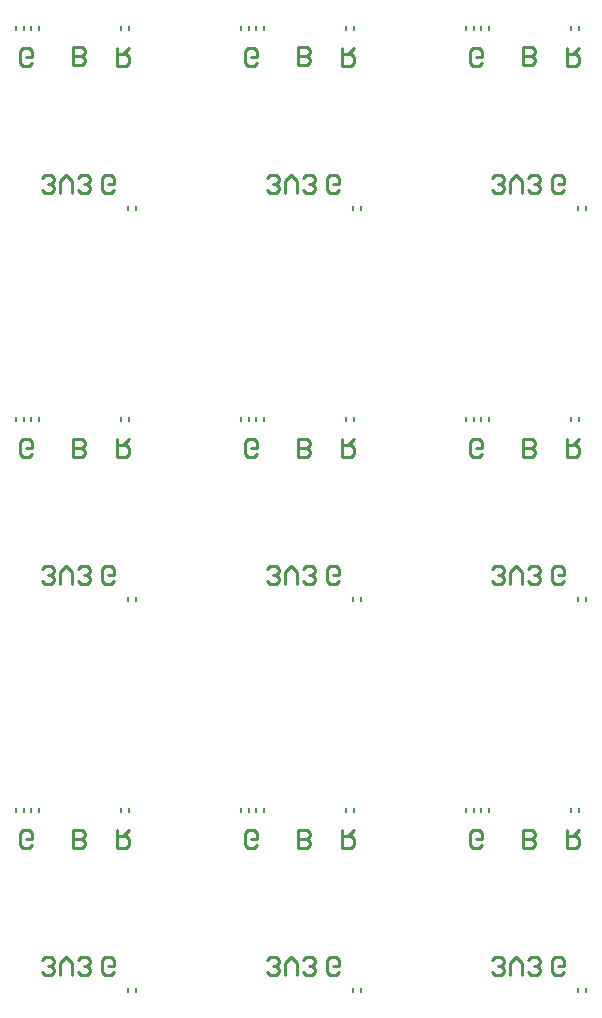
<source format=gbo>
*
%FSLAX26Y26*%
%MOIN*%
%ADD10C,0.010000*%
%ADD11C,0.007870*%
%IPPOS*%
%LN5060-458671.gbo*%
%LPD*%
G75*
G54D10*
X446850Y360000D02*
X456850Y350000D01*
X476840D01*
X486840Y360000D01*
Y369990D01*
X476840Y379990D01*
X466840D01*
X476840D01*
X486840Y389990D01*
Y399980D01*
X476840Y409980D01*
X456850D01*
X446850Y399980D01*
X506830Y350000D02*
Y389990D01*
X526820Y409980D01*
X546820Y389990D01*
Y350000D01*
X566810Y360000D02*
X576810Y350000D01*
X596800D01*
X606800Y360000D01*
Y369990D01*
X596800Y379990D01*
X586810D01*
X596800D01*
X606800Y389990D01*
Y399980D01*
X596800Y409980D01*
X576810D01*
X566810Y399980D01*
X411840Y783420D02*
X401840Y773420D01*
X381850D01*
X371850Y783420D01*
Y823400D01*
X381850Y833400D01*
X401840D01*
X411840Y823400D01*
Y803410D01*
X391840D01*
X548420Y774990D02*
Y834980D01*
X578420D01*
X588410Y824980D01*
Y814980D01*
X578420Y804980D01*
X548420D01*
X578420D01*
X588410Y794990D01*
Y784990D01*
X578420Y774990D01*
X548420D01*
X686840Y360000D02*
X676840Y350000D01*
X656850D01*
X646850Y360000D01*
Y399980D01*
X656850Y409980D01*
X676840D01*
X686840Y399980D01*
Y379990D01*
X666840D01*
X696850Y833400D02*
Y773420D01*
X726840D01*
X736840Y783420D01*
Y803410D01*
X726840Y813410D01*
X696850D01*
X716840D02*
X736840Y833400D01*
G54D11*
X760630Y292130D02*
Y307870D01*
X733070Y292130D02*
Y307870D01*
X708070Y892130D02*
Y907870D01*
X735630Y892130D02*
Y907870D01*
X408070Y892130D02*
Y907870D01*
X435630Y892130D02*
Y907870D01*
X358070Y892130D02*
Y907870D01*
X385630Y892130D02*
Y907870D01*
%LPC*%
G75*
X385630Y907870D02*
G36*
X722629Y290691D02*
X771072D01*
Y250249D01*
X722629D01*
Y290691D01*
G37*
G36*
Y349751D02*
X771072D01*
Y309309D01*
X722629D01*
Y349751D01*
G37*
G36*
X697629Y949751D02*
X746072D01*
Y909309D01*
X697629D01*
Y949751D01*
G37*
G36*
Y890691D02*
X746072D01*
Y850249D01*
X697629D01*
Y890691D01*
G37*
G36*
X397629Y949751D02*
X446072D01*
Y909309D01*
X397629D01*
Y949751D01*
G37*
G36*
Y890691D02*
X446072D01*
Y850249D01*
X397629D01*
Y890691D01*
G37*
G36*
X347629Y949751D02*
X396072D01*
Y909309D01*
X347629D01*
Y949751D01*
G37*
G36*
Y890691D02*
X396072D01*
Y850249D01*
X347629D01*
Y890691D01*
G37*
%LPD*%
G75*
X347629Y890691D02*
G54D10*
X446850Y1663740D02*
X456850Y1653740D01*
X476840D01*
X486840Y1663740D01*
Y1673730D01*
X476840Y1683730D01*
X466840D01*
X476840D01*
X486840Y1693730D01*
Y1703720D01*
X476840Y1713720D01*
X456850D01*
X446850Y1703720D01*
X506830Y1653740D02*
Y1693730D01*
X526820Y1713720D01*
X546820Y1693730D01*
Y1653740D01*
X566810Y1663740D02*
X576810Y1653740D01*
X596800D01*
X606800Y1663740D01*
Y1673730D01*
X596800Y1683730D01*
X586810D01*
X596800D01*
X606800Y1693730D01*
Y1703720D01*
X596800Y1713720D01*
X576810D01*
X566810Y1703720D01*
X411840Y2087160D02*
X401840Y2077160D01*
X381850D01*
X371850Y2087160D01*
Y2127140D01*
X381850Y2137140D01*
X401840D01*
X411840Y2127140D01*
Y2107150D01*
X391840D01*
X548420Y2078730D02*
Y2138720D01*
X578420D01*
X588410Y2128720D01*
Y2118720D01*
X578420Y2108720D01*
X548420D01*
X578420D01*
X588410Y2098730D01*
Y2088730D01*
X578420Y2078730D01*
X548420D01*
X686840Y1663740D02*
X676840Y1653740D01*
X656850D01*
X646850Y1663740D01*
Y1703720D01*
X656850Y1713720D01*
X676840D01*
X686840Y1703720D01*
Y1683730D01*
X666840D01*
X696850Y2137140D02*
Y2077160D01*
X726840D01*
X736840Y2087160D01*
Y2107150D01*
X726840Y2117150D01*
X696850D01*
X716840D02*
X736840Y2137140D01*
G54D11*
X760630Y1595870D02*
Y1611610D01*
X733070Y1595870D02*
Y1611610D01*
X708070Y2195870D02*
Y2211610D01*
X735630Y2195870D02*
Y2211610D01*
X408070Y2195870D02*
Y2211610D01*
X435630Y2195870D02*
Y2211610D01*
X358070Y2195870D02*
Y2211610D01*
X385630Y2195870D02*
Y2211610D01*
%LPC*%
G75*
X385630Y2211610D02*
G36*
X722629Y1594432D02*
X771072D01*
Y1553989D01*
X722629D01*
Y1594432D01*
G37*
G36*
Y1653492D02*
X771072D01*
Y1613049D01*
X722629D01*
Y1653492D01*
G37*
G36*
X697629Y2253492D02*
X746072D01*
Y2213049D01*
X697629D01*
Y2253492D01*
G37*
G36*
Y2194432D02*
X746072D01*
Y2153989D01*
X697629D01*
Y2194432D01*
G37*
G36*
X397629Y2253492D02*
X446072D01*
Y2213049D01*
X397629D01*
Y2253492D01*
G37*
G36*
Y2194432D02*
X446072D01*
Y2153989D01*
X397629D01*
Y2194432D01*
G37*
G36*
X347629Y2253492D02*
X396072D01*
Y2213049D01*
X347629D01*
Y2253492D01*
G37*
G36*
Y2194432D02*
X396072D01*
Y2153989D01*
X347629D01*
Y2194432D01*
G37*
%LPD*%
G75*
X347629Y2194432D02*
G54D10*
X446850Y2967480D02*
X456850Y2957480D01*
X476840D01*
X486840Y2967480D01*
Y2977470D01*
X476840Y2987470D01*
X466840D01*
X476840D01*
X486840Y2997470D01*
Y3007460D01*
X476840Y3017460D01*
X456850D01*
X446850Y3007460D01*
X506830Y2957480D02*
Y2997470D01*
X526820Y3017460D01*
X546820Y2997470D01*
Y2957480D01*
X566810Y2967480D02*
X576810Y2957480D01*
X596800D01*
X606800Y2967480D01*
Y2977470D01*
X596800Y2987470D01*
X586810D01*
X596800D01*
X606800Y2997470D01*
Y3007460D01*
X596800Y3017460D01*
X576810D01*
X566810Y3007460D01*
X411840Y3390900D02*
X401840Y3380900D01*
X381850D01*
X371850Y3390900D01*
Y3430880D01*
X381850Y3440880D01*
X401840D01*
X411840Y3430880D01*
Y3410890D01*
X391840D01*
X548420Y3382470D02*
Y3442460D01*
X578420D01*
X588410Y3432460D01*
Y3422460D01*
X578420Y3412460D01*
X548420D01*
X578420D01*
X588410Y3402470D01*
Y3392470D01*
X578420Y3382470D01*
X548420D01*
X686840Y2967480D02*
X676840Y2957480D01*
X656850D01*
X646850Y2967480D01*
Y3007460D01*
X656850Y3017460D01*
X676840D01*
X686840Y3007460D01*
Y2987470D01*
X666840D01*
X696850Y3440880D02*
Y3380900D01*
X726840D01*
X736840Y3390900D01*
Y3410890D01*
X726840Y3420890D01*
X696850D01*
X716840D02*
X736840Y3440880D01*
G54D11*
X760630Y2899610D02*
Y2915350D01*
X733070Y2899610D02*
Y2915350D01*
X708070Y3499610D02*
Y3515350D01*
X735630Y3499610D02*
Y3515350D01*
X408070Y3499610D02*
Y3515350D01*
X435630Y3499610D02*
Y3515350D01*
X358070Y3499610D02*
Y3515350D01*
X385630Y3499610D02*
Y3515350D01*
%LPC*%
G75*
X385630Y3515350D02*
G36*
X722629Y2898172D02*
X771072D01*
Y2857729D01*
X722629D01*
Y2898172D01*
G37*
G36*
Y2957232D02*
X771072D01*
Y2916789D01*
X722629D01*
Y2957232D01*
G37*
G36*
X697629Y3557232D02*
X746072D01*
Y3516789D01*
X697629D01*
Y3557232D01*
G37*
G36*
Y3498172D02*
X746072D01*
Y3457729D01*
X697629D01*
Y3498172D01*
G37*
G36*
X397629Y3557232D02*
X446072D01*
Y3516789D01*
X397629D01*
Y3557232D01*
G37*
G36*
Y3498172D02*
X446072D01*
Y3457729D01*
X397629D01*
Y3498172D01*
G37*
G36*
X347629Y3557232D02*
X396072D01*
Y3516789D01*
X347629D01*
Y3557232D01*
G37*
G36*
Y3498172D02*
X396072D01*
Y3457729D01*
X347629D01*
Y3498172D01*
G37*
%LPD*%
G75*
X347629Y3498172D02*
G54D10*
X1196850Y360000D02*
X1206850Y350000D01*
X1226840D01*
X1236840Y360000D01*
Y369990D01*
X1226840Y379990D01*
X1216840D01*
X1226840D01*
X1236840Y389990D01*
Y399980D01*
X1226840Y409980D01*
X1206850D01*
X1196850Y399980D01*
X1256830Y350000D02*
Y389990D01*
X1276820Y409980D01*
X1296820Y389990D01*
Y350000D01*
X1316810Y360000D02*
X1326810Y350000D01*
X1346800D01*
X1356800Y360000D01*
Y369990D01*
X1346800Y379990D01*
X1336810D01*
X1346800D01*
X1356800Y389990D01*
Y399980D01*
X1346800Y409980D01*
X1326810D01*
X1316810Y399980D01*
X1161840Y783420D02*
X1151840Y773420D01*
X1131850D01*
X1121850Y783420D01*
Y823400D01*
X1131850Y833400D01*
X1151840D01*
X1161840Y823400D01*
Y803410D01*
X1141840D01*
X1298420Y774990D02*
Y834980D01*
X1328420D01*
X1338410Y824980D01*
Y814980D01*
X1328420Y804980D01*
X1298420D01*
X1328420D01*
X1338410Y794990D01*
Y784990D01*
X1328420Y774990D01*
X1298420D01*
X1436840Y360000D02*
X1426840Y350000D01*
X1406850D01*
X1396850Y360000D01*
Y399980D01*
X1406850Y409980D01*
X1426840D01*
X1436840Y399980D01*
Y379990D01*
X1416840D01*
X1446850Y833400D02*
Y773420D01*
X1476840D01*
X1486840Y783420D01*
Y803410D01*
X1476840Y813410D01*
X1446850D01*
X1466840D02*
X1486840Y833400D01*
G54D11*
X1510630Y292130D02*
Y307870D01*
X1483070Y292130D02*
Y307870D01*
X1458070Y892130D02*
Y907870D01*
X1485630Y892130D02*
Y907870D01*
X1158070Y892130D02*
Y907870D01*
X1185630Y892130D02*
Y907870D01*
X1108070Y892130D02*
Y907870D01*
X1135630Y892130D02*
Y907870D01*
%LPC*%
G75*
X1135630Y907870D02*
G36*
X1472629Y290691D02*
X1521072D01*
Y250249D01*
X1472629D01*
Y290691D01*
G37*
G36*
Y349751D02*
X1521072D01*
Y309309D01*
X1472629D01*
Y349751D01*
G37*
G36*
X1447629Y949751D02*
X1496072D01*
Y909309D01*
X1447629D01*
Y949751D01*
G37*
G36*
Y890691D02*
X1496072D01*
Y850249D01*
X1447629D01*
Y890691D01*
G37*
G36*
X1147629Y949751D02*
X1196072D01*
Y909309D01*
X1147629D01*
Y949751D01*
G37*
G36*
Y890691D02*
X1196072D01*
Y850249D01*
X1147629D01*
Y890691D01*
G37*
G36*
X1097629Y949751D02*
X1146072D01*
Y909309D01*
X1097629D01*
Y949751D01*
G37*
G36*
Y890691D02*
X1146072D01*
Y850249D01*
X1097629D01*
Y890691D01*
G37*
%LPD*%
G75*
X1097629Y890691D02*
G54D10*
X1196850Y1663740D02*
X1206850Y1653740D01*
X1226840D01*
X1236840Y1663740D01*
Y1673730D01*
X1226840Y1683730D01*
X1216840D01*
X1226840D01*
X1236840Y1693730D01*
Y1703720D01*
X1226840Y1713720D01*
X1206850D01*
X1196850Y1703720D01*
X1256830Y1653740D02*
Y1693730D01*
X1276820Y1713720D01*
X1296820Y1693730D01*
Y1653740D01*
X1316810Y1663740D02*
X1326810Y1653740D01*
X1346800D01*
X1356800Y1663740D01*
Y1673730D01*
X1346800Y1683730D01*
X1336810D01*
X1346800D01*
X1356800Y1693730D01*
Y1703720D01*
X1346800Y1713720D01*
X1326810D01*
X1316810Y1703720D01*
X1161840Y2087160D02*
X1151840Y2077160D01*
X1131850D01*
X1121850Y2087160D01*
Y2127140D01*
X1131850Y2137140D01*
X1151840D01*
X1161840Y2127140D01*
Y2107150D01*
X1141840D01*
X1298420Y2078730D02*
Y2138720D01*
X1328420D01*
X1338410Y2128720D01*
Y2118720D01*
X1328420Y2108720D01*
X1298420D01*
X1328420D01*
X1338410Y2098730D01*
Y2088730D01*
X1328420Y2078730D01*
X1298420D01*
X1436840Y1663740D02*
X1426840Y1653740D01*
X1406850D01*
X1396850Y1663740D01*
Y1703720D01*
X1406850Y1713720D01*
X1426840D01*
X1436840Y1703720D01*
Y1683730D01*
X1416840D01*
X1446850Y2137140D02*
Y2077160D01*
X1476840D01*
X1486840Y2087160D01*
Y2107150D01*
X1476840Y2117150D01*
X1446850D01*
X1466840D02*
X1486840Y2137140D01*
G54D11*
X1510630Y1595870D02*
Y1611610D01*
X1483070Y1595870D02*
Y1611610D01*
X1458070Y2195870D02*
Y2211610D01*
X1485630Y2195870D02*
Y2211610D01*
X1158070Y2195870D02*
Y2211610D01*
X1185630Y2195870D02*
Y2211610D01*
X1108070Y2195870D02*
Y2211610D01*
X1135630Y2195870D02*
Y2211610D01*
%LPC*%
G75*
X1135630Y2211610D02*
G36*
X1472629Y1594432D02*
X1521072D01*
Y1553989D01*
X1472629D01*
Y1594432D01*
G37*
G36*
Y1653492D02*
X1521072D01*
Y1613049D01*
X1472629D01*
Y1653492D01*
G37*
G36*
X1447629Y2253492D02*
X1496072D01*
Y2213049D01*
X1447629D01*
Y2253492D01*
G37*
G36*
Y2194432D02*
X1496072D01*
Y2153989D01*
X1447629D01*
Y2194432D01*
G37*
G36*
X1147629Y2253492D02*
X1196072D01*
Y2213049D01*
X1147629D01*
Y2253492D01*
G37*
G36*
Y2194432D02*
X1196072D01*
Y2153989D01*
X1147629D01*
Y2194432D01*
G37*
G36*
X1097629Y2253492D02*
X1146072D01*
Y2213049D01*
X1097629D01*
Y2253492D01*
G37*
G36*
Y2194432D02*
X1146072D01*
Y2153989D01*
X1097629D01*
Y2194432D01*
G37*
%LPD*%
G75*
X1097629Y2194432D02*
G54D10*
X1196850Y2967480D02*
X1206850Y2957480D01*
X1226840D01*
X1236840Y2967480D01*
Y2977470D01*
X1226840Y2987470D01*
X1216840D01*
X1226840D01*
X1236840Y2997470D01*
Y3007460D01*
X1226840Y3017460D01*
X1206850D01*
X1196850Y3007460D01*
X1256830Y2957480D02*
Y2997470D01*
X1276820Y3017460D01*
X1296820Y2997470D01*
Y2957480D01*
X1316810Y2967480D02*
X1326810Y2957480D01*
X1346800D01*
X1356800Y2967480D01*
Y2977470D01*
X1346800Y2987470D01*
X1336810D01*
X1346800D01*
X1356800Y2997470D01*
Y3007460D01*
X1346800Y3017460D01*
X1326810D01*
X1316810Y3007460D01*
X1161840Y3390900D02*
X1151840Y3380900D01*
X1131850D01*
X1121850Y3390900D01*
Y3430880D01*
X1131850Y3440880D01*
X1151840D01*
X1161840Y3430880D01*
Y3410890D01*
X1141840D01*
X1298420Y3382470D02*
Y3442460D01*
X1328420D01*
X1338410Y3432460D01*
Y3422460D01*
X1328420Y3412460D01*
X1298420D01*
X1328420D01*
X1338410Y3402470D01*
Y3392470D01*
X1328420Y3382470D01*
X1298420D01*
X1436840Y2967480D02*
X1426840Y2957480D01*
X1406850D01*
X1396850Y2967480D01*
Y3007460D01*
X1406850Y3017460D01*
X1426840D01*
X1436840Y3007460D01*
Y2987470D01*
X1416840D01*
X1446850Y3440880D02*
Y3380900D01*
X1476840D01*
X1486840Y3390900D01*
Y3410890D01*
X1476840Y3420890D01*
X1446850D01*
X1466840D02*
X1486840Y3440880D01*
G54D11*
X1510630Y2899610D02*
Y2915350D01*
X1483070Y2899610D02*
Y2915350D01*
X1458070Y3499610D02*
Y3515350D01*
X1485630Y3499610D02*
Y3515350D01*
X1158070Y3499610D02*
Y3515350D01*
X1185630Y3499610D02*
Y3515350D01*
X1108070Y3499610D02*
Y3515350D01*
X1135630Y3499610D02*
Y3515350D01*
%LPC*%
G75*
X1135630Y3515350D02*
G36*
X1472629Y2898172D02*
X1521072D01*
Y2857729D01*
X1472629D01*
Y2898172D01*
G37*
G36*
Y2957232D02*
X1521072D01*
Y2916789D01*
X1472629D01*
Y2957232D01*
G37*
G36*
X1447629Y3557232D02*
X1496072D01*
Y3516789D01*
X1447629D01*
Y3557232D01*
G37*
G36*
Y3498172D02*
X1496072D01*
Y3457729D01*
X1447629D01*
Y3498172D01*
G37*
G36*
X1147629Y3557232D02*
X1196072D01*
Y3516789D01*
X1147629D01*
Y3557232D01*
G37*
G36*
Y3498172D02*
X1196072D01*
Y3457729D01*
X1147629D01*
Y3498172D01*
G37*
G36*
X1097629Y3557232D02*
X1146072D01*
Y3516789D01*
X1097629D01*
Y3557232D01*
G37*
G36*
Y3498172D02*
X1146072D01*
Y3457729D01*
X1097629D01*
Y3498172D01*
G37*
%LPD*%
G75*
X1097629Y3498172D02*
G54D10*
X1946850Y360000D02*
X1956850Y350000D01*
X1976840D01*
X1986840Y360000D01*
Y369990D01*
X1976840Y379990D01*
X1966840D01*
X1976840D01*
X1986840Y389990D01*
Y399980D01*
X1976840Y409980D01*
X1956850D01*
X1946850Y399980D01*
X2006830Y350000D02*
Y389990D01*
X2026820Y409980D01*
X2046820Y389990D01*
Y350000D01*
X2066810Y360000D02*
X2076810Y350000D01*
X2096800D01*
X2106800Y360000D01*
Y369990D01*
X2096800Y379990D01*
X2086810D01*
X2096800D01*
X2106800Y389990D01*
Y399980D01*
X2096800Y409980D01*
X2076810D01*
X2066810Y399980D01*
X1911840Y783420D02*
X1901840Y773420D01*
X1881850D01*
X1871850Y783420D01*
Y823400D01*
X1881850Y833400D01*
X1901840D01*
X1911840Y823400D01*
Y803410D01*
X1891840D01*
X2048420Y774990D02*
Y834980D01*
X2078420D01*
X2088410Y824980D01*
Y814980D01*
X2078420Y804980D01*
X2048420D01*
X2078420D01*
X2088410Y794990D01*
Y784990D01*
X2078420Y774990D01*
X2048420D01*
X2186840Y360000D02*
X2176840Y350000D01*
X2156850D01*
X2146850Y360000D01*
Y399980D01*
X2156850Y409980D01*
X2176840D01*
X2186840Y399980D01*
Y379990D01*
X2166840D01*
X2196850Y833400D02*
Y773420D01*
X2226840D01*
X2236840Y783420D01*
Y803410D01*
X2226840Y813410D01*
X2196850D01*
X2216840D02*
X2236840Y833400D01*
G54D11*
X2260630Y292130D02*
Y307870D01*
X2233070Y292130D02*
Y307870D01*
X2208070Y892130D02*
Y907870D01*
X2235630Y892130D02*
Y907870D01*
X1908070Y892130D02*
Y907870D01*
X1935630Y892130D02*
Y907870D01*
X1858070Y892130D02*
Y907870D01*
X1885630Y892130D02*
Y907870D01*
%LPC*%
G75*
X1885630Y907870D02*
G36*
X2222629Y290691D02*
X2271072D01*
Y250249D01*
X2222629D01*
Y290691D01*
G37*
G36*
Y349751D02*
X2271072D01*
Y309309D01*
X2222629D01*
Y349751D01*
G37*
G36*
X2197629Y949751D02*
X2246072D01*
Y909309D01*
X2197629D01*
Y949751D01*
G37*
G36*
Y890691D02*
X2246072D01*
Y850249D01*
X2197629D01*
Y890691D01*
G37*
G36*
X1897629Y949751D02*
X1946072D01*
Y909309D01*
X1897629D01*
Y949751D01*
G37*
G36*
Y890691D02*
X1946072D01*
Y850249D01*
X1897629D01*
Y890691D01*
G37*
G36*
X1847629Y949751D02*
X1896072D01*
Y909309D01*
X1847629D01*
Y949751D01*
G37*
G36*
Y890691D02*
X1896072D01*
Y850249D01*
X1847629D01*
Y890691D01*
G37*
%LPD*%
G75*
X1847629Y890691D02*
G54D10*
X1946850Y1663740D02*
X1956850Y1653740D01*
X1976840D01*
X1986840Y1663740D01*
Y1673730D01*
X1976840Y1683730D01*
X1966840D01*
X1976840D01*
X1986840Y1693730D01*
Y1703720D01*
X1976840Y1713720D01*
X1956850D01*
X1946850Y1703720D01*
X2006830Y1653740D02*
Y1693730D01*
X2026820Y1713720D01*
X2046820Y1693730D01*
Y1653740D01*
X2066810Y1663740D02*
X2076810Y1653740D01*
X2096800D01*
X2106800Y1663740D01*
Y1673730D01*
X2096800Y1683730D01*
X2086810D01*
X2096800D01*
X2106800Y1693730D01*
Y1703720D01*
X2096800Y1713720D01*
X2076810D01*
X2066810Y1703720D01*
X1911840Y2087160D02*
X1901840Y2077160D01*
X1881850D01*
X1871850Y2087160D01*
Y2127140D01*
X1881850Y2137140D01*
X1901840D01*
X1911840Y2127140D01*
Y2107150D01*
X1891840D01*
X2048420Y2078730D02*
Y2138720D01*
X2078420D01*
X2088410Y2128720D01*
Y2118720D01*
X2078420Y2108720D01*
X2048420D01*
X2078420D01*
X2088410Y2098730D01*
Y2088730D01*
X2078420Y2078730D01*
X2048420D01*
X2186840Y1663740D02*
X2176840Y1653740D01*
X2156850D01*
X2146850Y1663740D01*
Y1703720D01*
X2156850Y1713720D01*
X2176840D01*
X2186840Y1703720D01*
Y1683730D01*
X2166840D01*
X2196850Y2137140D02*
Y2077160D01*
X2226840D01*
X2236840Y2087160D01*
Y2107150D01*
X2226840Y2117150D01*
X2196850D01*
X2216840D02*
X2236840Y2137140D01*
G54D11*
X2260630Y1595870D02*
Y1611610D01*
X2233070Y1595870D02*
Y1611610D01*
X2208070Y2195870D02*
Y2211610D01*
X2235630Y2195870D02*
Y2211610D01*
X1908070Y2195870D02*
Y2211610D01*
X1935630Y2195870D02*
Y2211610D01*
X1858070Y2195870D02*
Y2211610D01*
X1885630Y2195870D02*
Y2211610D01*
%LPC*%
G75*
X1885630Y2211610D02*
G36*
X2222629Y1594432D02*
X2271072D01*
Y1553989D01*
X2222629D01*
Y1594432D01*
G37*
G36*
Y1653492D02*
X2271072D01*
Y1613049D01*
X2222629D01*
Y1653492D01*
G37*
G36*
X2197629Y2253492D02*
X2246072D01*
Y2213049D01*
X2197629D01*
Y2253492D01*
G37*
G36*
Y2194432D02*
X2246072D01*
Y2153989D01*
X2197629D01*
Y2194432D01*
G37*
G36*
X1897629Y2253492D02*
X1946072D01*
Y2213049D01*
X1897629D01*
Y2253492D01*
G37*
G36*
Y2194432D02*
X1946072D01*
Y2153989D01*
X1897629D01*
Y2194432D01*
G37*
G36*
X1847629Y2253492D02*
X1896072D01*
Y2213049D01*
X1847629D01*
Y2253492D01*
G37*
G36*
Y2194432D02*
X1896072D01*
Y2153989D01*
X1847629D01*
Y2194432D01*
G37*
%LPD*%
G75*
X1847629Y2194432D02*
G54D10*
X1946850Y2967480D02*
X1956850Y2957480D01*
X1976840D01*
X1986840Y2967480D01*
Y2977470D01*
X1976840Y2987470D01*
X1966840D01*
X1976840D01*
X1986840Y2997470D01*
Y3007460D01*
X1976840Y3017460D01*
X1956850D01*
X1946850Y3007460D01*
X2006830Y2957480D02*
Y2997470D01*
X2026820Y3017460D01*
X2046820Y2997470D01*
Y2957480D01*
X2066810Y2967480D02*
X2076810Y2957480D01*
X2096800D01*
X2106800Y2967480D01*
Y2977470D01*
X2096800Y2987470D01*
X2086810D01*
X2096800D01*
X2106800Y2997470D01*
Y3007460D01*
X2096800Y3017460D01*
X2076810D01*
X2066810Y3007460D01*
X1911840Y3390900D02*
X1901840Y3380900D01*
X1881850D01*
X1871850Y3390900D01*
Y3430880D01*
X1881850Y3440880D01*
X1901840D01*
X1911840Y3430880D01*
Y3410890D01*
X1891840D01*
X2048420Y3382470D02*
Y3442460D01*
X2078420D01*
X2088410Y3432460D01*
Y3422460D01*
X2078420Y3412460D01*
X2048420D01*
X2078420D01*
X2088410Y3402470D01*
Y3392470D01*
X2078420Y3382470D01*
X2048420D01*
X2186840Y2967480D02*
X2176840Y2957480D01*
X2156850D01*
X2146850Y2967480D01*
Y3007460D01*
X2156850Y3017460D01*
X2176840D01*
X2186840Y3007460D01*
Y2987470D01*
X2166840D01*
X2196850Y3440880D02*
Y3380900D01*
X2226840D01*
X2236840Y3390900D01*
Y3410890D01*
X2226840Y3420890D01*
X2196850D01*
X2216840D02*
X2236840Y3440880D01*
G54D11*
X2260630Y2899610D02*
Y2915350D01*
X2233070Y2899610D02*
Y2915350D01*
X2208070Y3499610D02*
Y3515350D01*
X2235630Y3499610D02*
Y3515350D01*
X1908070Y3499610D02*
Y3515350D01*
X1935630Y3499610D02*
Y3515350D01*
X1858070Y3499610D02*
Y3515350D01*
X1885630Y3499610D02*
Y3515350D01*
%LPC*%
G75*
X1885630Y3515350D02*
G36*
X2222629Y2898172D02*
X2271072D01*
Y2857729D01*
X2222629D01*
Y2898172D01*
G37*
G36*
Y2957232D02*
X2271072D01*
Y2916789D01*
X2222629D01*
Y2957232D01*
G37*
G36*
X2197629Y3557232D02*
X2246072D01*
Y3516789D01*
X2197629D01*
Y3557232D01*
G37*
G36*
Y3498172D02*
X2246072D01*
Y3457729D01*
X2197629D01*
Y3498172D01*
G37*
G36*
X1897629Y3557232D02*
X1946072D01*
Y3516789D01*
X1897629D01*
Y3557232D01*
G37*
G36*
Y3498172D02*
X1946072D01*
Y3457729D01*
X1897629D01*
Y3498172D01*
G37*
G36*
X1847629Y3557232D02*
X1896072D01*
Y3516789D01*
X1847629D01*
Y3557232D01*
G37*
G36*
Y3498172D02*
X1896072D01*
Y3457729D01*
X1847629D01*
Y3498172D01*
G37*
M02*

</source>
